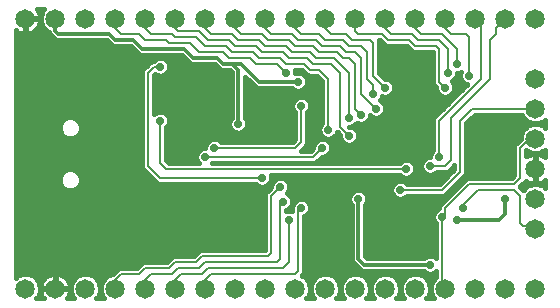
<source format=gbl>
G75*
G70*
%OFA0B0*%
%FSLAX24Y24*%
%IPPOS*%
%LPD*%
%AMOC8*
5,1,8,0,0,1.08239X$1,22.5*
%
%ADD10C,0.0650*%
%ADD11C,0.0160*%
%ADD12C,0.0080*%
%ADD13C,0.0280*%
%ADD14C,0.0120*%
D10*
X000953Y000680D03*
X001953Y000680D03*
X002953Y000680D03*
X003953Y000680D03*
X004953Y000680D03*
X005953Y000680D03*
X006953Y000680D03*
X007953Y000680D03*
X008953Y000680D03*
X009953Y000680D03*
X010953Y000680D03*
X011953Y000680D03*
X012953Y000680D03*
X013953Y000680D03*
X014953Y000680D03*
X015953Y000680D03*
X016953Y000680D03*
X017953Y000680D03*
X017953Y002680D03*
X017953Y003680D03*
X017953Y004680D03*
X017953Y005680D03*
X017953Y006680D03*
X017953Y007680D03*
X017953Y009680D03*
X016953Y009680D03*
X015953Y009680D03*
X014953Y009680D03*
X013953Y009680D03*
X012953Y009680D03*
X011953Y009680D03*
X010953Y009680D03*
X009953Y009680D03*
X008953Y009680D03*
X007953Y009680D03*
X006953Y009680D03*
X005953Y009680D03*
X004953Y009680D03*
X003953Y009680D03*
X002953Y009680D03*
X001953Y009680D03*
X000953Y009680D03*
D11*
X000981Y009690D02*
X001468Y009690D01*
X001458Y009708D02*
X001458Y009720D01*
X001445Y009798D01*
X001421Y009874D01*
X001385Y009945D01*
X001347Y009996D01*
X001583Y009996D01*
X001542Y009955D01*
X001468Y009776D01*
X001468Y009584D01*
X001542Y009405D01*
X001678Y009269D01*
X001733Y009246D01*
X001733Y009189D01*
X001862Y009060D01*
X001962Y008960D01*
X003662Y008960D01*
X003862Y008760D01*
X004462Y008760D01*
X004762Y008460D01*
X006162Y008460D01*
X006462Y008160D01*
X007262Y008160D01*
X007462Y007960D01*
X007762Y007960D01*
X007833Y007889D01*
X007833Y006384D01*
X007799Y006350D01*
X007753Y006240D01*
X007753Y006120D01*
X007799Y006010D01*
X007883Y005926D01*
X007993Y005880D01*
X008113Y005880D01*
X008223Y005926D01*
X008307Y006010D01*
X008353Y006120D01*
X008353Y006240D01*
X008307Y006350D01*
X008273Y006384D01*
X008273Y007749D01*
X008533Y007489D01*
X008662Y007360D01*
X009849Y007360D01*
X009883Y007326D01*
X009993Y007280D01*
X010113Y007280D01*
X010223Y007326D01*
X010307Y007410D01*
X010353Y007520D01*
X010353Y007640D01*
X010307Y007750D01*
X010223Y007834D01*
X010113Y007880D01*
X009993Y007880D01*
X009953Y007863D01*
X009953Y007940D01*
X009936Y007980D01*
X010170Y007980D01*
X010253Y007897D01*
X010370Y007780D01*
X010670Y007780D01*
X010853Y007597D01*
X010853Y006204D01*
X010799Y006150D01*
X010753Y006040D01*
X010753Y005920D01*
X010799Y005810D01*
X010883Y005726D01*
X010993Y005680D01*
X011113Y005680D01*
X011223Y005726D01*
X011307Y005810D01*
X011346Y005904D01*
X011370Y005880D01*
X011453Y005797D01*
X011453Y005720D01*
X011499Y005610D01*
X011583Y005526D01*
X011693Y005480D01*
X011813Y005480D01*
X011923Y005526D01*
X012007Y005610D01*
X012053Y005720D01*
X012053Y005840D01*
X012007Y005950D01*
X011923Y006034D01*
X011813Y006080D01*
X011923Y006126D01*
X012007Y006210D01*
X012009Y006215D01*
X012093Y006180D01*
X012213Y006180D01*
X012323Y006226D01*
X012407Y006310D01*
X012453Y006420D01*
X012453Y006456D01*
X012483Y006426D01*
X012593Y006380D01*
X012713Y006380D01*
X012823Y006426D01*
X012907Y006510D01*
X012953Y006620D01*
X012953Y006740D01*
X012907Y006850D01*
X012823Y006934D01*
X012758Y006961D01*
X012807Y007010D01*
X012844Y007100D01*
X012893Y007080D01*
X013013Y007080D01*
X013123Y007126D01*
X013207Y007210D01*
X013253Y007320D01*
X013253Y007440D01*
X013207Y007550D01*
X013123Y007634D01*
X013013Y007680D01*
X012936Y007680D01*
X012753Y007863D01*
X012753Y008963D01*
X012736Y008980D01*
X012770Y008980D01*
X012970Y008780D01*
X013670Y008780D01*
X013870Y008580D01*
X014553Y008580D01*
X014553Y007497D01*
X014653Y007397D01*
X014653Y007320D01*
X014699Y007210D01*
X014783Y007126D01*
X014893Y007080D01*
X015013Y007080D01*
X015123Y007126D01*
X015207Y007210D01*
X015253Y007320D01*
X015253Y007440D01*
X015207Y007550D01*
X015158Y007599D01*
X015223Y007626D01*
X015307Y007710D01*
X015353Y007820D01*
X015353Y007880D01*
X015413Y007880D01*
X015481Y007909D01*
X015453Y007840D01*
X015453Y007720D01*
X015499Y007610D01*
X015583Y007526D01*
X015677Y007487D01*
X014553Y006363D01*
X014553Y005304D01*
X014499Y005250D01*
X014453Y005140D01*
X014453Y005080D01*
X014393Y005080D01*
X014283Y005034D01*
X014199Y004950D01*
X014153Y004840D01*
X014153Y004720D01*
X014199Y004610D01*
X014283Y004526D01*
X014393Y004480D01*
X014513Y004480D01*
X014623Y004526D01*
X014677Y004580D01*
X015036Y004580D01*
X015236Y004780D01*
X015253Y004797D01*
X015253Y004663D01*
X014770Y004180D01*
X013677Y004180D01*
X013623Y004234D01*
X013513Y004280D01*
X013393Y004280D01*
X013283Y004234D01*
X013199Y004150D01*
X013153Y004040D01*
X013153Y003920D01*
X013199Y003810D01*
X013283Y003726D01*
X013393Y003680D01*
X013513Y003680D01*
X013623Y003726D01*
X013677Y003780D01*
X014936Y003780D01*
X015053Y003897D01*
X015653Y004497D01*
X015653Y006197D01*
X015936Y006480D01*
X017511Y006480D01*
X017542Y006405D01*
X017678Y006269D01*
X017856Y006195D01*
X018049Y006195D01*
X018227Y006269D01*
X018268Y006309D01*
X018268Y006051D01*
X018227Y006091D01*
X018049Y006165D01*
X017856Y006165D01*
X017678Y006091D01*
X017542Y005955D01*
X017468Y005776D01*
X017468Y005678D01*
X017370Y005580D01*
X017253Y005463D01*
X017253Y004463D01*
X017170Y004380D01*
X015670Y004380D01*
X014870Y003580D01*
X014753Y003463D01*
X014753Y003363D01*
X014683Y003334D01*
X014599Y003250D01*
X014553Y003140D01*
X014553Y003020D01*
X014599Y002910D01*
X014653Y002856D01*
X014653Y001704D01*
X014623Y001734D01*
X014513Y001780D01*
X014393Y001780D01*
X014283Y001734D01*
X014249Y001700D01*
X012344Y001700D01*
X012273Y001771D01*
X012273Y003476D01*
X012307Y003510D01*
X012353Y003620D01*
X012353Y003740D01*
X012307Y003850D01*
X012223Y003934D01*
X012113Y003980D01*
X011993Y003980D01*
X011883Y003934D01*
X011799Y003850D01*
X011753Y003740D01*
X011753Y003620D01*
X011799Y003510D01*
X011833Y003476D01*
X011833Y001589D01*
X012033Y001389D01*
X012162Y001260D01*
X014249Y001260D01*
X014283Y001226D01*
X014393Y001180D01*
X014513Y001180D01*
X014623Y001226D01*
X014653Y001256D01*
X014653Y001066D01*
X014542Y000955D01*
X014468Y000776D01*
X014468Y000584D01*
X014542Y000405D01*
X014587Y000360D01*
X014318Y000360D01*
X014364Y000405D01*
X014438Y000584D01*
X014438Y000776D01*
X014364Y000955D01*
X014227Y001091D01*
X014049Y001165D01*
X013856Y001165D01*
X013678Y001091D01*
X013542Y000955D01*
X013468Y000776D01*
X013468Y000584D01*
X013542Y000405D01*
X013587Y000360D01*
X013318Y000360D01*
X013364Y000405D01*
X013438Y000584D01*
X013438Y000776D01*
X013364Y000955D01*
X013227Y001091D01*
X013049Y001165D01*
X012856Y001165D01*
X012678Y001091D01*
X012542Y000955D01*
X012468Y000776D01*
X012468Y000584D01*
X012542Y000405D01*
X012587Y000360D01*
X012318Y000360D01*
X012364Y000405D01*
X012438Y000584D01*
X012438Y000776D01*
X012364Y000955D01*
X012227Y001091D01*
X012049Y001165D01*
X011856Y001165D01*
X011678Y001091D01*
X011542Y000955D01*
X011468Y000776D01*
X011468Y000584D01*
X011542Y000405D01*
X011587Y000360D01*
X011318Y000360D01*
X011364Y000405D01*
X011438Y000584D01*
X011438Y000776D01*
X011364Y000955D01*
X011227Y001091D01*
X011049Y001165D01*
X010856Y001165D01*
X010678Y001091D01*
X010542Y000955D01*
X010468Y000776D01*
X010468Y000584D01*
X010542Y000405D01*
X010587Y000360D01*
X010318Y000360D01*
X010364Y000405D01*
X010438Y000584D01*
X010438Y000776D01*
X010364Y000955D01*
X010227Y001091D01*
X010170Y001115D01*
X010253Y001197D01*
X010253Y003097D01*
X010323Y003126D01*
X010407Y003210D01*
X010453Y003320D01*
X010453Y003440D01*
X010407Y003550D01*
X010323Y003634D01*
X010213Y003680D01*
X010093Y003680D01*
X009983Y003634D01*
X009899Y003550D01*
X009853Y003440D01*
X009853Y003263D01*
X009813Y003280D01*
X009693Y003280D01*
X009653Y003263D01*
X009653Y003297D01*
X009723Y003326D01*
X009807Y003410D01*
X009853Y003520D01*
X009853Y003640D01*
X009807Y003750D01*
X009723Y003834D01*
X009658Y003861D01*
X009707Y003910D01*
X009753Y004020D01*
X009753Y004140D01*
X009707Y004250D01*
X009623Y004334D01*
X009513Y004380D01*
X009393Y004380D01*
X009283Y004334D01*
X009199Y004250D01*
X009153Y004140D01*
X009153Y004063D01*
X009070Y003980D01*
X008953Y003863D01*
X008953Y001980D01*
X006770Y001980D01*
X006570Y001780D01*
X005870Y001780D01*
X005670Y001580D01*
X004870Y001580D01*
X004670Y001380D01*
X004070Y001380D01*
X003870Y001180D01*
X003854Y001164D01*
X003678Y001091D01*
X003542Y000955D01*
X003468Y000776D01*
X003468Y000584D01*
X003542Y000405D01*
X003587Y000360D01*
X003318Y000360D01*
X003364Y000405D01*
X003438Y000584D01*
X003438Y000776D01*
X003364Y000955D01*
X003227Y001091D01*
X003049Y001165D01*
X002856Y001165D01*
X002678Y001091D01*
X002542Y000955D01*
X002468Y000776D01*
X002468Y000584D01*
X002542Y000405D01*
X002587Y000360D01*
X002344Y000360D01*
X002385Y000415D01*
X002421Y000486D01*
X002445Y000562D01*
X002458Y000640D01*
X002458Y000652D01*
X001981Y000652D01*
X001981Y000708D01*
X002458Y000708D01*
X002458Y000720D01*
X002445Y000798D01*
X002421Y000874D01*
X002385Y000945D01*
X002338Y001009D01*
X002282Y001065D01*
X002217Y001112D01*
X002147Y001148D01*
X002071Y001172D01*
X001993Y001185D01*
X001981Y001185D01*
X001981Y000708D01*
X001925Y000708D01*
X001925Y001185D01*
X001913Y001185D01*
X001835Y001172D01*
X001759Y001148D01*
X001688Y001112D01*
X001624Y001065D01*
X001568Y001009D01*
X001521Y000945D01*
X001485Y000874D01*
X001460Y000798D01*
X001448Y000720D01*
X001448Y000708D01*
X001925Y000708D01*
X001925Y000652D01*
X001448Y000652D01*
X001448Y000640D01*
X001460Y000562D01*
X001485Y000486D01*
X001521Y000415D01*
X001561Y000360D01*
X001318Y000360D01*
X001364Y000405D01*
X001438Y000584D01*
X001438Y000776D01*
X001364Y000955D01*
X001227Y001091D01*
X001049Y001165D01*
X000856Y001165D01*
X000678Y001091D01*
X000633Y001046D01*
X000633Y009289D01*
X000688Y009248D01*
X000759Y009212D01*
X000835Y009188D01*
X000913Y009175D01*
X000925Y009175D01*
X000925Y009652D01*
X000981Y009652D01*
X000981Y009708D01*
X001458Y009708D01*
X001458Y009652D02*
X000981Y009652D01*
X000981Y009175D01*
X000993Y009175D01*
X001071Y009188D01*
X001147Y009212D01*
X001217Y009248D01*
X001282Y009295D01*
X001338Y009351D01*
X001385Y009415D01*
X001421Y009486D01*
X001445Y009562D01*
X001458Y009640D01*
X001458Y009652D01*
X001435Y009532D02*
X001490Y009532D01*
X001574Y009373D02*
X001354Y009373D01*
X001151Y009215D02*
X001733Y009215D01*
X001866Y009056D02*
X000633Y009056D01*
X000633Y009215D02*
X000754Y009215D01*
X000925Y009215D02*
X000981Y009215D01*
X000981Y009373D02*
X000925Y009373D01*
X000925Y009532D02*
X000981Y009532D01*
X001429Y009849D02*
X001498Y009849D01*
X000633Y008898D02*
X003724Y008898D01*
X004483Y008739D02*
X000633Y008739D01*
X000633Y008581D02*
X004641Y008581D01*
X005053Y008163D02*
X005170Y008280D01*
X005229Y008280D01*
X005283Y008334D01*
X005393Y008380D01*
X005513Y008380D01*
X005623Y008334D01*
X005707Y008250D01*
X005753Y008140D01*
X005753Y008020D01*
X005707Y007910D01*
X005623Y007826D01*
X005513Y007780D01*
X005393Y007780D01*
X005283Y007826D01*
X005282Y007826D01*
X005253Y007797D01*
X005253Y006504D01*
X005283Y006534D01*
X005393Y006580D01*
X005513Y006580D01*
X005623Y006534D01*
X005707Y006450D01*
X005753Y006340D01*
X005753Y006220D01*
X005707Y006110D01*
X005653Y006056D01*
X005653Y004963D01*
X005736Y004880D01*
X006729Y004880D01*
X006699Y004910D01*
X006653Y005020D01*
X006653Y005140D01*
X006699Y005250D01*
X006783Y005334D01*
X006893Y005380D01*
X006953Y005380D01*
X006953Y005440D01*
X006999Y005550D01*
X007083Y005634D01*
X007193Y005680D01*
X007313Y005680D01*
X007423Y005634D01*
X007477Y005580D01*
X009870Y005580D01*
X009953Y005663D01*
X009953Y006556D01*
X009899Y006610D01*
X009853Y006720D01*
X009853Y006840D01*
X009899Y006950D01*
X009983Y007034D01*
X010093Y007080D01*
X010213Y007080D01*
X010323Y007034D01*
X010407Y006950D01*
X010453Y006840D01*
X010453Y006720D01*
X010407Y006610D01*
X010353Y006556D01*
X010353Y005497D01*
X010236Y005380D01*
X010136Y005280D01*
X010470Y005280D01*
X010553Y005363D01*
X010553Y005440D01*
X010599Y005550D01*
X010683Y005634D01*
X010793Y005680D01*
X010913Y005680D01*
X011023Y005634D01*
X011107Y005550D01*
X011153Y005440D01*
X011153Y005320D01*
X011107Y005210D01*
X011023Y005126D01*
X010913Y005080D01*
X010836Y005080D01*
X010636Y004880D01*
X007177Y004880D01*
X007177Y004880D01*
X013429Y004880D01*
X013483Y004934D01*
X013593Y004980D01*
X013713Y004980D01*
X013823Y004934D01*
X013907Y004850D01*
X013953Y004740D01*
X013953Y004620D01*
X013907Y004510D01*
X013823Y004426D01*
X013713Y004380D01*
X013593Y004380D01*
X013483Y004426D01*
X013429Y004480D01*
X009136Y004480D01*
X009153Y004440D01*
X009153Y004320D01*
X009107Y004210D01*
X009023Y004126D01*
X008913Y004080D01*
X008793Y004080D01*
X008683Y004126D01*
X008629Y004180D01*
X005370Y004180D01*
X004970Y004580D01*
X004853Y004697D01*
X004853Y007963D01*
X005053Y008163D01*
X004995Y008105D02*
X000633Y008105D01*
X000633Y008264D02*
X005154Y008264D01*
X004853Y007947D02*
X000633Y007947D01*
X000633Y007788D02*
X004853Y007788D01*
X004853Y007630D02*
X000633Y007630D01*
X000633Y007471D02*
X004853Y007471D01*
X004853Y007313D02*
X000633Y007313D01*
X000633Y007154D02*
X004853Y007154D01*
X004853Y006996D02*
X000633Y006996D01*
X000633Y006837D02*
X004853Y006837D01*
X004853Y006679D02*
X000633Y006679D01*
X000633Y006520D02*
X004853Y006520D01*
X004853Y006362D02*
X002625Y006362D01*
X002655Y006349D02*
X002524Y006403D01*
X002382Y006403D01*
X002251Y006349D01*
X002150Y006248D01*
X002096Y006117D01*
X002096Y005975D01*
X002150Y005844D01*
X002251Y005743D01*
X002382Y005689D01*
X002524Y005689D01*
X002655Y005743D01*
X002756Y005844D01*
X002810Y005975D01*
X002810Y006117D01*
X002756Y006248D01*
X002655Y006349D01*
X002774Y006203D02*
X004853Y006203D01*
X004853Y006045D02*
X002810Y006045D01*
X002773Y005886D02*
X004853Y005886D01*
X004853Y005728D02*
X002617Y005728D01*
X002289Y005728D02*
X000633Y005728D01*
X000633Y005886D02*
X002133Y005886D01*
X002096Y006045D02*
X000633Y006045D01*
X000633Y006203D02*
X002131Y006203D01*
X002281Y006362D02*
X000633Y006362D01*
X000633Y005569D02*
X004853Y005569D01*
X004853Y005411D02*
X000633Y005411D01*
X000633Y005252D02*
X004853Y005252D01*
X004853Y005094D02*
X000633Y005094D01*
X000633Y004935D02*
X004853Y004935D01*
X004853Y004777D02*
X000633Y004777D01*
X000633Y004618D02*
X002254Y004618D01*
X002251Y004617D02*
X002150Y004516D01*
X002096Y004385D01*
X002096Y004243D01*
X002150Y004112D01*
X002251Y004011D01*
X002382Y003957D01*
X002524Y003957D01*
X002655Y004011D01*
X002756Y004112D01*
X002810Y004243D01*
X002810Y004385D01*
X002756Y004516D01*
X002655Y004617D01*
X002524Y004671D01*
X002382Y004671D01*
X002251Y004617D01*
X002127Y004460D02*
X000633Y004460D01*
X000633Y004301D02*
X002096Y004301D01*
X002137Y004143D02*
X000633Y004143D01*
X000633Y003984D02*
X002316Y003984D01*
X002590Y003984D02*
X009074Y003984D01*
X009040Y004143D02*
X009154Y004143D01*
X009145Y004301D02*
X009250Y004301D01*
X009145Y004460D02*
X013449Y004460D01*
X013857Y004460D02*
X015049Y004460D01*
X015074Y004618D02*
X015208Y004618D01*
X015232Y004777D02*
X015253Y004777D01*
X015653Y004777D02*
X017253Y004777D01*
X017253Y004935D02*
X015653Y004935D01*
X015653Y005094D02*
X017253Y005094D01*
X017253Y005252D02*
X015653Y005252D01*
X015653Y005411D02*
X017253Y005411D01*
X017359Y005569D02*
X015653Y005569D01*
X015653Y005728D02*
X017468Y005728D01*
X017513Y005886D02*
X015653Y005886D01*
X015653Y006045D02*
X017632Y006045D01*
X017838Y006203D02*
X015659Y006203D01*
X015817Y006362D02*
X017586Y006362D01*
X018068Y006203D02*
X018268Y006203D01*
X018268Y005309D02*
X018268Y005075D01*
X018217Y005112D01*
X018147Y005148D01*
X018071Y005172D01*
X017993Y005185D01*
X017981Y005185D01*
X017981Y004708D01*
X017925Y004708D01*
X017925Y005185D01*
X017913Y005185D01*
X017835Y005172D01*
X017759Y005148D01*
X017688Y005112D01*
X017653Y005086D01*
X017653Y005294D01*
X017678Y005269D01*
X017856Y005195D01*
X018049Y005195D01*
X018227Y005269D01*
X018268Y005309D01*
X018268Y005252D02*
X018186Y005252D01*
X018243Y005094D02*
X018268Y005094D01*
X017981Y005094D02*
X017925Y005094D01*
X017719Y005252D02*
X017653Y005252D01*
X017653Y005094D02*
X017663Y005094D01*
X017925Y004935D02*
X017981Y004935D01*
X017981Y004777D02*
X017925Y004777D01*
X017925Y004652D02*
X017981Y004652D01*
X017981Y004175D01*
X017993Y004175D01*
X018071Y004188D01*
X018147Y004212D01*
X018217Y004248D01*
X018268Y004285D01*
X018268Y004051D01*
X018227Y004091D01*
X018049Y004165D01*
X017856Y004165D01*
X017678Y004091D01*
X017551Y003964D01*
X017536Y003980D01*
X017436Y004080D01*
X017453Y004097D01*
X017639Y004284D01*
X017688Y004248D01*
X017759Y004212D01*
X017835Y004188D01*
X017913Y004175D01*
X017925Y004175D01*
X017925Y004652D01*
X017925Y004618D02*
X017981Y004618D01*
X017981Y004460D02*
X017925Y004460D01*
X017925Y004301D02*
X017981Y004301D01*
X018103Y004143D02*
X018268Y004143D01*
X017803Y004143D02*
X017498Y004143D01*
X017532Y003984D02*
X017571Y003984D01*
X017249Y004460D02*
X015615Y004460D01*
X015653Y004618D02*
X017253Y004618D01*
X015591Y004301D02*
X015457Y004301D01*
X015432Y004143D02*
X015298Y004143D01*
X015274Y003984D02*
X015140Y003984D01*
X015115Y003826D02*
X014981Y003826D01*
X014957Y003667D02*
X012353Y003667D01*
X012317Y003826D02*
X013192Y003826D01*
X013153Y003984D02*
X009738Y003984D01*
X009752Y004143D02*
X013195Y004143D01*
X013952Y004618D02*
X014195Y004618D01*
X014153Y004777D02*
X013938Y004777D01*
X013821Y004935D02*
X014192Y004935D01*
X014453Y005094D02*
X010945Y005094D01*
X011125Y005252D02*
X014501Y005252D01*
X014553Y005411D02*
X011153Y005411D01*
X011088Y005569D02*
X011540Y005569D01*
X011453Y005728D02*
X011225Y005728D01*
X011339Y005886D02*
X011364Y005886D01*
X011370Y005880D02*
X011370Y005880D01*
X011736Y006080D02*
X011813Y006080D01*
X011736Y006080D01*
X011736Y006080D01*
X011898Y006045D02*
X014553Y006045D01*
X014553Y006203D02*
X012268Y006203D01*
X012038Y006203D02*
X012000Y006203D01*
X012428Y006362D02*
X014553Y006362D01*
X014710Y006520D02*
X012911Y006520D01*
X012953Y006679D02*
X014869Y006679D01*
X015027Y006837D02*
X012913Y006837D01*
X012793Y006996D02*
X015186Y006996D01*
X015151Y007154D02*
X015344Y007154D01*
X015250Y007313D02*
X015503Y007313D01*
X015661Y007471D02*
X015240Y007471D01*
X015227Y007630D02*
X015490Y007630D01*
X015453Y007788D02*
X015339Y007788D01*
X014553Y007788D02*
X012828Y007788D01*
X012753Y007947D02*
X014553Y007947D01*
X014553Y008105D02*
X012753Y008105D01*
X012753Y008264D02*
X014553Y008264D01*
X014553Y008422D02*
X012753Y008422D01*
X012753Y008581D02*
X013869Y008581D01*
X013711Y008739D02*
X012753Y008739D01*
X012753Y008898D02*
X012852Y008898D01*
X013128Y007630D02*
X014553Y007630D01*
X014579Y007471D02*
X013240Y007471D01*
X013250Y007313D02*
X014656Y007313D01*
X014755Y007154D02*
X013151Y007154D01*
X010853Y007154D02*
X008273Y007154D01*
X008273Y007313D02*
X009915Y007313D01*
X010191Y007313D02*
X010853Y007313D01*
X010853Y007471D02*
X010332Y007471D01*
X010353Y007630D02*
X010820Y007630D01*
X010362Y007788D02*
X010269Y007788D01*
X010203Y007947D02*
X009950Y007947D01*
X008551Y007471D02*
X008273Y007471D01*
X008273Y007630D02*
X008392Y007630D01*
X008533Y007489D02*
X008533Y007489D01*
X007833Y007471D02*
X005253Y007471D01*
X005253Y007630D02*
X007833Y007630D01*
X007833Y007788D02*
X005532Y007788D01*
X005374Y007788D02*
X005253Y007788D01*
X005722Y007947D02*
X007775Y007947D01*
X007317Y008105D02*
X005753Y008105D01*
X005694Y008264D02*
X006358Y008264D01*
X006200Y008422D02*
X000633Y008422D01*
X005253Y007313D02*
X007833Y007313D01*
X007833Y007154D02*
X005253Y007154D01*
X005253Y006996D02*
X007833Y006996D01*
X007833Y006837D02*
X005253Y006837D01*
X005253Y006679D02*
X007833Y006679D01*
X007833Y006520D02*
X005637Y006520D01*
X005744Y006362D02*
X007810Y006362D01*
X007753Y006203D02*
X005746Y006203D01*
X005653Y006045D02*
X007784Y006045D01*
X007979Y005886D02*
X005653Y005886D01*
X005653Y005728D02*
X009953Y005728D01*
X009953Y005886D02*
X008127Y005886D01*
X008321Y006045D02*
X009953Y006045D01*
X009953Y006203D02*
X008353Y006203D01*
X008296Y006362D02*
X009953Y006362D01*
X009953Y006520D02*
X008273Y006520D01*
X008273Y006679D02*
X009870Y006679D01*
X009853Y006837D02*
X008273Y006837D01*
X008273Y006996D02*
X009944Y006996D01*
X010362Y006996D02*
X010853Y006996D01*
X010853Y006837D02*
X010453Y006837D01*
X010436Y006679D02*
X010853Y006679D01*
X010853Y006520D02*
X010353Y006520D01*
X010353Y006362D02*
X010853Y006362D01*
X010852Y006203D02*
X010353Y006203D01*
X010353Y006045D02*
X010755Y006045D01*
X010767Y005886D02*
X010353Y005886D01*
X010353Y005728D02*
X010881Y005728D01*
X010618Y005569D02*
X010353Y005569D01*
X010266Y005411D02*
X010553Y005411D01*
X010691Y004935D02*
X013485Y004935D01*
X014553Y005569D02*
X011966Y005569D01*
X012053Y005728D02*
X014553Y005728D01*
X014553Y005886D02*
X012034Y005886D01*
X009656Y004301D02*
X014891Y004301D01*
X014798Y003509D02*
X012306Y003509D01*
X012273Y003350D02*
X014721Y003350D01*
X014574Y003192D02*
X012273Y003192D01*
X012273Y003033D02*
X014553Y003033D01*
X014634Y002875D02*
X012273Y002875D01*
X012273Y002716D02*
X014653Y002716D01*
X014653Y002558D02*
X012273Y002558D01*
X012273Y002399D02*
X014653Y002399D01*
X014653Y002241D02*
X012273Y002241D01*
X012273Y002082D02*
X014653Y002082D01*
X014653Y001924D02*
X012273Y001924D01*
X012279Y001765D02*
X014357Y001765D01*
X014549Y001765D02*
X014653Y001765D01*
X014653Y001131D02*
X014131Y001131D01*
X014346Y000973D02*
X014560Y000973D01*
X014484Y000814D02*
X014422Y000814D01*
X014438Y000656D02*
X014468Y000656D01*
X014504Y000497D02*
X014402Y000497D01*
X013504Y000497D02*
X013402Y000497D01*
X013438Y000656D02*
X013468Y000656D01*
X013484Y000814D02*
X013422Y000814D01*
X013346Y000973D02*
X013560Y000973D01*
X013775Y001131D02*
X013131Y001131D01*
X012775Y001131D02*
X012131Y001131D01*
X012346Y000973D02*
X012560Y000973D01*
X012484Y000814D02*
X012422Y000814D01*
X012438Y000656D02*
X012468Y000656D01*
X012504Y000497D02*
X012402Y000497D01*
X011504Y000497D02*
X011402Y000497D01*
X011438Y000656D02*
X011468Y000656D01*
X011484Y000814D02*
X011422Y000814D01*
X011346Y000973D02*
X011560Y000973D01*
X011775Y001131D02*
X011131Y001131D01*
X010775Y001131D02*
X010187Y001131D01*
X010346Y000973D02*
X010560Y000973D01*
X010484Y000814D02*
X010422Y000814D01*
X010438Y000656D02*
X010468Y000656D01*
X010504Y000497D02*
X010402Y000497D01*
X010253Y001290D02*
X012132Y001290D01*
X011974Y001448D02*
X010253Y001448D01*
X010253Y001607D02*
X011833Y001607D01*
X011833Y001765D02*
X010253Y001765D01*
X010253Y001924D02*
X011833Y001924D01*
X011833Y002082D02*
X010253Y002082D01*
X010253Y002241D02*
X011833Y002241D01*
X011833Y002399D02*
X010253Y002399D01*
X010253Y002558D02*
X011833Y002558D01*
X011833Y002716D02*
X010253Y002716D01*
X010253Y002875D02*
X011833Y002875D01*
X011833Y003033D02*
X010253Y003033D01*
X010389Y003192D02*
X011833Y003192D01*
X011833Y003350D02*
X010453Y003350D01*
X010424Y003509D02*
X011800Y003509D01*
X011753Y003667D02*
X010244Y003667D01*
X010062Y003667D02*
X009842Y003667D01*
X009732Y003826D02*
X011788Y003826D01*
X009881Y003509D02*
X009848Y003509D01*
X009853Y003350D02*
X009747Y003350D01*
X008953Y003350D02*
X000633Y003350D01*
X000633Y003509D02*
X008953Y003509D01*
X008953Y003667D02*
X000633Y003667D01*
X000633Y003826D02*
X008953Y003826D01*
X008666Y004143D02*
X002768Y004143D01*
X002810Y004301D02*
X005249Y004301D01*
X005090Y004460D02*
X002779Y004460D01*
X002652Y004618D02*
X004932Y004618D01*
X005681Y004935D02*
X006688Y004935D01*
X006653Y005094D02*
X005653Y005094D01*
X005653Y005252D02*
X006701Y005252D01*
X006953Y005411D02*
X005653Y005411D01*
X005653Y005569D02*
X007018Y005569D01*
X005269Y006520D02*
X005253Y006520D01*
X008953Y003192D02*
X000633Y003192D01*
X000633Y003033D02*
X008953Y003033D01*
X008953Y002875D02*
X000633Y002875D01*
X000633Y002716D02*
X008953Y002716D01*
X008953Y002558D02*
X000633Y002558D01*
X000633Y002399D02*
X008953Y002399D01*
X008953Y002241D02*
X000633Y002241D01*
X000633Y002082D02*
X008953Y002082D01*
X006713Y001924D02*
X000633Y001924D01*
X000633Y001765D02*
X005855Y001765D01*
X005696Y001607D02*
X000633Y001607D01*
X000633Y001448D02*
X004738Y001448D01*
X003979Y001290D02*
X000633Y001290D01*
X000633Y001131D02*
X000775Y001131D01*
X001131Y001131D02*
X001726Y001131D01*
X001925Y001131D02*
X001981Y001131D01*
X001981Y000973D02*
X001925Y000973D01*
X002180Y001131D02*
X002775Y001131D01*
X002560Y000973D02*
X002364Y000973D01*
X002440Y000814D02*
X002484Y000814D01*
X002468Y000656D02*
X001981Y000656D01*
X001925Y000656D02*
X001438Y000656D01*
X001422Y000814D02*
X001466Y000814D01*
X001541Y000973D02*
X001346Y000973D01*
X001925Y000814D02*
X001981Y000814D01*
X002424Y000497D02*
X002504Y000497D01*
X003402Y000497D02*
X003504Y000497D01*
X003468Y000656D02*
X003438Y000656D01*
X003422Y000814D02*
X003484Y000814D01*
X003560Y000973D02*
X003346Y000973D01*
X003131Y001131D02*
X003775Y001131D01*
X001482Y000497D02*
X001402Y000497D01*
D12*
X001953Y000680D02*
X002453Y002880D01*
X002553Y002980D01*
X004053Y004480D01*
X004753Y004480D01*
X005153Y004080D01*
X009053Y004080D01*
X009453Y004480D01*
X009553Y004480D01*
X009753Y004280D01*
X011653Y004280D01*
X010553Y005080D02*
X010853Y005380D01*
X010953Y005680D02*
X011153Y005580D01*
X011553Y005180D01*
X012253Y005180D01*
X013953Y006880D01*
X013953Y007280D01*
X012853Y008380D01*
X012353Y008580D02*
X012353Y007680D01*
X012553Y007480D01*
X012553Y007180D01*
X012153Y007180D02*
X012153Y008380D01*
X011953Y008580D01*
X011653Y008580D01*
X011453Y008780D01*
X010853Y008780D01*
X010653Y008980D01*
X010053Y008980D01*
X009853Y009180D01*
X009153Y009180D01*
X008953Y009380D01*
X008953Y009680D01*
X008853Y009180D02*
X008153Y009180D01*
X007953Y009380D01*
X007953Y009680D01*
X007853Y009180D02*
X007153Y009180D01*
X006953Y009380D01*
X006953Y009680D01*
X006753Y009280D02*
X007053Y008980D01*
X007753Y008980D01*
X007953Y008780D01*
X008653Y008780D01*
X008853Y008580D01*
X009553Y008580D01*
X009753Y008380D01*
X010353Y008380D01*
X010553Y008180D01*
X011153Y008180D01*
X011453Y007880D01*
X011453Y006080D01*
X011753Y005780D01*
X011053Y005980D02*
X011053Y007680D01*
X010753Y007980D01*
X010453Y007980D01*
X010253Y008180D01*
X009653Y008180D01*
X009453Y008380D01*
X008753Y008380D01*
X008553Y008580D01*
X007853Y008580D01*
X007653Y008780D01*
X006953Y008780D01*
X006653Y009080D01*
X005953Y009080D01*
X005853Y009180D01*
X005153Y009180D01*
X004953Y009380D01*
X004953Y009680D01*
X004753Y009180D02*
X004153Y009180D01*
X003953Y009380D01*
X003953Y009680D01*
X004753Y009180D02*
X004953Y008980D01*
X005653Y008980D01*
X005753Y008880D01*
X006453Y008880D01*
X006753Y008580D01*
X007553Y008580D01*
X007753Y008380D01*
X008453Y008380D01*
X008653Y008180D01*
X009353Y008180D01*
X009653Y007880D01*
X009853Y008580D02*
X009653Y008780D01*
X008953Y008780D01*
X008753Y008980D01*
X008053Y008980D01*
X007853Y009180D01*
X008853Y009180D02*
X009053Y008980D01*
X009753Y008980D01*
X009953Y008780D01*
X010553Y008780D01*
X010753Y008580D01*
X011353Y008580D01*
X011553Y008380D01*
X011753Y008380D01*
X011953Y008180D01*
X011953Y006680D01*
X012153Y006480D01*
X011753Y006380D02*
X011753Y007880D01*
X011253Y008380D01*
X010653Y008380D01*
X010453Y008580D01*
X009853Y008580D01*
X010153Y009180D02*
X010753Y009180D01*
X010953Y008980D01*
X011553Y008980D01*
X011753Y008780D01*
X012153Y008780D01*
X012353Y008580D01*
X012553Y008880D02*
X012453Y008980D01*
X011853Y008980D01*
X011653Y009180D01*
X011153Y009180D01*
X010953Y009380D01*
X010953Y009680D01*
X010153Y009180D02*
X009953Y009380D01*
X009953Y009680D01*
X011953Y009680D02*
X011953Y009280D01*
X012053Y009180D01*
X012853Y009180D01*
X013053Y008980D01*
X013753Y008980D01*
X013953Y008780D01*
X014653Y008780D01*
X014753Y008680D01*
X014753Y007580D01*
X014953Y007380D01*
X015753Y007780D02*
X015753Y009080D01*
X015653Y009180D01*
X015153Y009180D01*
X014953Y009380D01*
X014953Y009680D01*
X014853Y009180D02*
X014153Y009180D01*
X013953Y009380D01*
X013953Y009680D01*
X013853Y009180D02*
X013153Y009180D01*
X012953Y009380D01*
X012953Y009680D01*
X013853Y009180D02*
X014053Y008980D01*
X014753Y008980D01*
X015053Y008680D01*
X015053Y007880D01*
X015353Y008180D02*
X015353Y008680D01*
X014853Y009180D01*
X015953Y009680D02*
X016153Y009480D01*
X016153Y007680D01*
X014753Y006280D01*
X014753Y005080D01*
X014953Y004780D02*
X015153Y004980D01*
X015153Y006380D01*
X016453Y007680D01*
X016453Y008980D01*
X016653Y009180D01*
X016653Y009380D01*
X016953Y009680D01*
X012953Y007380D02*
X012553Y007780D01*
X012553Y008880D01*
X012153Y007180D02*
X012653Y006680D01*
X010953Y005680D02*
X010653Y005880D01*
X010653Y006880D01*
X010353Y007180D01*
X009053Y007180D01*
X010153Y006780D02*
X010153Y005580D01*
X009953Y005380D01*
X007253Y005380D01*
X006953Y005080D02*
X010553Y005080D01*
X008853Y004380D02*
X005453Y004380D01*
X005053Y004780D01*
X005053Y007880D01*
X005253Y008080D01*
X005453Y008080D01*
X006053Y009280D02*
X006753Y009280D01*
X006053Y009280D02*
X005953Y009380D01*
X005953Y009680D01*
X005453Y006280D02*
X005453Y004880D01*
X005653Y004680D01*
X013653Y004680D01*
X014453Y004780D02*
X014953Y004780D01*
X015453Y004580D02*
X014853Y003980D01*
X013453Y003980D01*
X014953Y003380D02*
X014953Y003180D01*
X014853Y003080D01*
X014853Y000780D01*
X014953Y000680D01*
X017853Y002780D02*
X017953Y002680D01*
X017853Y002780D02*
X017553Y002780D01*
X017453Y002880D01*
X017453Y003780D01*
X017253Y003980D01*
X016053Y003980D01*
X015553Y003480D01*
X015553Y003380D01*
X014953Y003380D02*
X015753Y004180D01*
X017253Y004180D01*
X017453Y004380D01*
X017453Y005380D01*
X017753Y005680D01*
X017953Y005680D01*
X017953Y006680D02*
X015853Y006680D01*
X015453Y006280D01*
X015453Y004580D01*
X010153Y003380D02*
X010053Y003280D01*
X010053Y001280D01*
X009953Y001180D01*
X007153Y001180D01*
X006953Y000980D01*
X006953Y000680D01*
X006853Y001180D02*
X006153Y001180D01*
X005953Y000980D01*
X005953Y000680D01*
X005853Y001180D02*
X005153Y001180D01*
X004953Y000980D01*
X004953Y000680D01*
X004753Y001180D02*
X004153Y001180D01*
X003953Y000980D01*
X003953Y000680D01*
X004753Y001180D02*
X004953Y001380D01*
X005753Y001380D01*
X005953Y001580D01*
X006653Y001580D01*
X006853Y001780D01*
X009053Y001780D01*
X009153Y001880D01*
X009153Y003780D01*
X009453Y004080D01*
X009553Y003580D02*
X009453Y003480D01*
X009453Y001680D01*
X009353Y001580D01*
X006953Y001580D01*
X006753Y001380D01*
X006053Y001380D01*
X005853Y001180D01*
X006853Y001180D02*
X007053Y001380D01*
X009553Y001380D01*
X009753Y001580D01*
X009753Y002980D01*
D13*
X009753Y002980D03*
X010153Y003380D03*
X009553Y003580D03*
X009453Y004080D03*
X008853Y004380D03*
X007253Y005380D03*
X006953Y005080D03*
X008053Y006180D03*
X009053Y007180D03*
X010053Y007580D03*
X009653Y007880D03*
X010153Y006780D03*
X011053Y005980D03*
X011753Y005780D03*
X010853Y005380D03*
X011753Y006380D03*
X012153Y006480D03*
X012653Y006680D03*
X012553Y007180D03*
X012953Y007380D03*
X012853Y008380D03*
X015053Y007880D03*
X015353Y008180D03*
X015753Y007780D03*
X014953Y007380D03*
X014753Y005080D03*
X014453Y004780D03*
X013653Y004680D03*
X013453Y003980D03*
X012053Y003680D03*
X011653Y004280D03*
X014853Y003080D03*
X015353Y002980D03*
X015553Y003380D03*
X016953Y003680D03*
X014453Y001480D03*
X005453Y006280D03*
X005453Y008080D03*
X002553Y002980D03*
D14*
X008053Y006180D02*
X008053Y007980D01*
X007853Y008180D01*
X007553Y008180D01*
X007353Y008380D01*
X006553Y008380D01*
X006253Y008680D01*
X004853Y008680D01*
X004553Y008980D01*
X003953Y008980D01*
X003753Y009180D01*
X002053Y009180D01*
X001953Y009280D01*
X001953Y009680D01*
X007853Y008180D02*
X008153Y008180D01*
X008753Y007580D01*
X010053Y007580D01*
X012053Y003680D02*
X012053Y001680D01*
X012253Y001480D01*
X014453Y001480D01*
X015353Y002980D02*
X016753Y002980D01*
X016953Y003180D01*
X016953Y003680D01*
M02*

</source>
